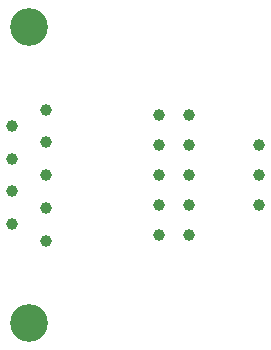
<source format=gbr>
%TF.GenerationSoftware,KiCad,Pcbnew,7.0.2*%
%TF.CreationDate,2024-01-06T01:06:04-08:00*%
%TF.ProjectId,MK_CommAdapter,4d4b5f43-6f6d-46d4-9164-61707465722e,1.0*%
%TF.SameCoordinates,Original*%
%TF.FileFunction,Plated,1,2,PTH,Drill*%
%TF.FilePolarity,Positive*%
%FSLAX46Y46*%
G04 Gerber Fmt 4.6, Leading zero omitted, Abs format (unit mm)*
G04 Created by KiCad (PCBNEW 7.0.2) date 2024-01-06 01:06:04*
%MOMM*%
%LPD*%
G01*
G04 APERTURE LIST*
%TA.AperFunction,ComponentDrill*%
%ADD10C,1.000000*%
%TD*%
%TA.AperFunction,ComponentDrill*%
%ADD11C,3.200000*%
%TD*%
G04 APERTURE END LIST*
D10*
%TO.C,J1*%
X130124200Y-85308500D03*
X130124200Y-88078500D03*
X130124200Y-90848500D03*
X130124200Y-93618500D03*
X132964200Y-83923500D03*
X132964200Y-86693500D03*
X132964200Y-89463500D03*
X132964200Y-92233500D03*
X132964200Y-95003500D03*
%TO.C,J4*%
X142499000Y-84368500D03*
X142499000Y-86908500D03*
X142499000Y-89448500D03*
X142499000Y-91988500D03*
X142499000Y-94528500D03*
X145039000Y-84368500D03*
X145039000Y-86908500D03*
X145039000Y-89448500D03*
X145039000Y-91988500D03*
X145039000Y-94528500D03*
%TO.C,J3*%
X151003000Y-86898500D03*
X151003000Y-89438500D03*
X151003000Y-91978500D03*
D11*
%TO.C,J1*%
X131544200Y-76963500D03*
X131544200Y-101963500D03*
M02*

</source>
